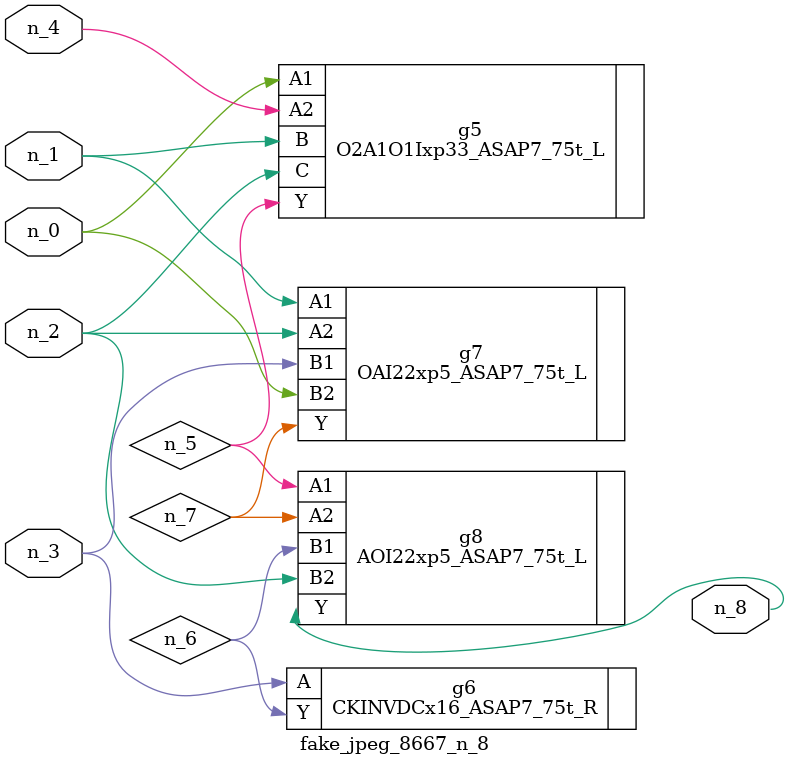
<source format=v>
module fake_jpeg_8667_n_8 (n_3, n_2, n_1, n_0, n_4, n_8);

input n_3;
input n_2;
input n_1;
input n_0;
input n_4;

output n_8;

wire n_6;
wire n_5;
wire n_7;

O2A1O1Ixp33_ASAP7_75t_L g5 ( 
.A1(n_0),
.A2(n_4),
.B(n_1),
.C(n_2),
.Y(n_5)
);

CKINVDCx16_ASAP7_75t_R g6 ( 
.A(n_3),
.Y(n_6)
);

OAI22xp5_ASAP7_75t_L g7 ( 
.A1(n_1),
.A2(n_2),
.B1(n_3),
.B2(n_0),
.Y(n_7)
);

AOI22xp5_ASAP7_75t_L g8 ( 
.A1(n_5),
.A2(n_7),
.B1(n_6),
.B2(n_2),
.Y(n_8)
);


endmodule
</source>
